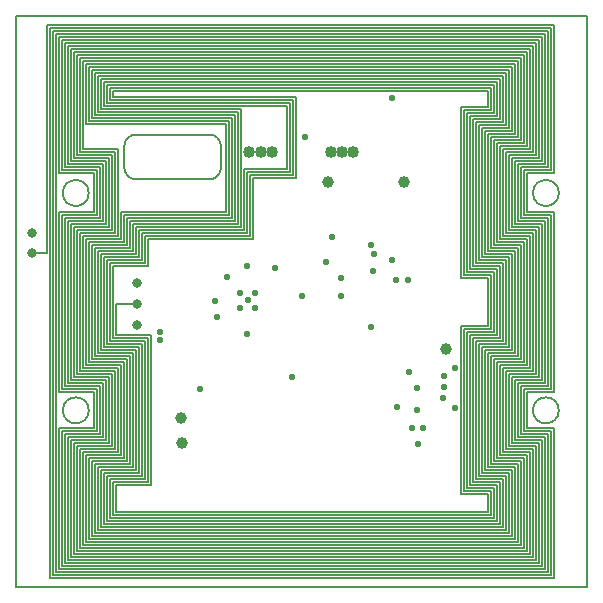
<source format=gbr>
%TF.GenerationSoftware,KiCad,Pcbnew,(5.1.4)-1*%
%TF.CreationDate,2019-12-19T16:50:30-07:00*%
%TF.ProjectId,SolarCellZ_v1,536f6c61-7243-4656-9c6c-5a5f76312e6b,rev?*%
%TF.SameCoordinates,Original*%
%TF.FileFunction,Copper,L3,Inr*%
%TF.FilePolarity,Positive*%
%FSLAX46Y46*%
G04 Gerber Fmt 4.6, Leading zero omitted, Abs format (unit mm)*
G04 Created by KiCad (PCBNEW (5.1.4)-1) date 2019-12-19 16:50:30*
%MOMM*%
%LPD*%
G04 APERTURE LIST*
%ADD10C,0.200000*%
%ADD11C,1.016000*%
%ADD12C,1.000000*%
%ADD13C,0.584200*%
%ADD14C,0.800000*%
%ADD15C,0.127000*%
G04 APERTURE END LIST*
D10*
X107407500Y-52841000D02*
G75*
G02X106407500Y-53841000I-1000000J0D01*
G01*
X100207500Y-53841000D02*
G75*
G02X99207500Y-52841000I0J1000000D01*
G01*
X106407500Y-50041000D02*
G75*
G02X107407500Y-51041000I0J-1000000D01*
G01*
X99207500Y-51041000D02*
G75*
G02X100207500Y-50041000I1000000J0D01*
G01*
X96207500Y-54991000D02*
G75*
G03X96207500Y-54991000I-1100000J0D01*
G01*
X106407500Y-50041000D02*
X100207500Y-50041000D01*
X138407500Y-39991000D02*
X138407500Y-88391000D01*
X138407500Y-88391000D02*
X90007500Y-88391000D01*
X96207500Y-73391000D02*
G75*
G03X96207500Y-73391000I-1100000J0D01*
G01*
X90007500Y-88391000D02*
X90007500Y-39991000D01*
X90007500Y-39991000D02*
X138407500Y-39991000D01*
X100207500Y-53841000D02*
X106407500Y-53841000D01*
X136007500Y-73391000D02*
G75*
G03X136007500Y-73391000I-1100000J0D01*
G01*
X136007500Y-54991000D02*
G75*
G03X136007500Y-54991000I-1100000J0D01*
G01*
X107407500Y-52841000D02*
X107407500Y-51041000D01*
X99207500Y-51041000D02*
X99207500Y-52841000D01*
D11*
X116700000Y-51500000D03*
X117650000Y-51500000D03*
X111700000Y-51500000D03*
X110750000Y-51500000D03*
X118600000Y-51500000D03*
X109800000Y-51500000D03*
D12*
X116459000Y-54038500D03*
X122936000Y-54038500D03*
X126492000Y-68199000D03*
X104013000Y-74041000D03*
X104076500Y-76200000D03*
D13*
X126301500Y-71437500D03*
X124015500Y-71501000D03*
X120268110Y-61604791D03*
X120078500Y-66357500D03*
X127254000Y-69786500D03*
X123317000Y-70167500D03*
X107032512Y-65473693D03*
X109654340Y-64046100D03*
X110253760Y-64708256D03*
X108983760Y-64708256D03*
X110261400Y-63439040D03*
X108983760Y-63463656D03*
X122237500Y-62357000D03*
X123253500Y-62357000D03*
X122301000Y-73088500D03*
X127254000Y-73215500D03*
X113411000Y-70548500D03*
X126301500Y-70485000D03*
X120111294Y-59382647D03*
X126238000Y-72390000D03*
X120396000Y-60198000D03*
X121920000Y-60706000D03*
X121920000Y-46990000D03*
X116763500Y-58710000D03*
X114554000Y-50292000D03*
X124015500Y-73406000D03*
X117602000Y-62166500D03*
X116268500Y-60833000D03*
X109644160Y-66892656D03*
X107886500Y-62103000D03*
X114299990Y-63690500D03*
X117602000Y-63690500D03*
X124045117Y-76233390D03*
X109601000Y-61214000D03*
X111950500Y-61380850D03*
X105664000Y-71628000D03*
X106872635Y-64108698D03*
D14*
X91440000Y-58420000D03*
X91440000Y-60071000D03*
X100330000Y-64389000D03*
X100330000Y-62611000D03*
X100330000Y-66167000D03*
D13*
X124523500Y-74866500D03*
X123571000Y-74866500D03*
X102235000Y-67437000D03*
X102235000Y-66802000D03*
D15*
X98552000Y-64389000D02*
X100330000Y-64389000D01*
X98552000Y-67056000D02*
X98552000Y-64389000D01*
X101473000Y-67056000D02*
X98552000Y-67056000D01*
X101473000Y-79756000D02*
X101473000Y-67056000D01*
X98552000Y-79756000D02*
X101473000Y-79756000D01*
X98552000Y-82042000D02*
X98552000Y-79756000D01*
X130048000Y-82042000D02*
X98552000Y-82042000D01*
X130048000Y-80518000D02*
X130048000Y-82042000D01*
X127762000Y-80518000D02*
X130048000Y-80518000D01*
X127762000Y-66294000D02*
X127762000Y-80518000D01*
X130048000Y-66294000D02*
X127762000Y-66294000D01*
X130048000Y-62230000D02*
X130048000Y-66294000D01*
X127762000Y-62230000D02*
X130048000Y-62230000D01*
X127762000Y-47752000D02*
X127762000Y-62230000D01*
X130048000Y-47752000D02*
X127762000Y-47752000D01*
X130048000Y-46355000D02*
X130048000Y-47752000D01*
X98298000Y-46355000D02*
X130048000Y-46355000D01*
X98298000Y-46863000D02*
X98298000Y-46355000D01*
X113792000Y-46863000D02*
X98298000Y-46863000D01*
X113792000Y-53721000D02*
X113792000Y-46863000D01*
X110109000Y-53721000D02*
X113792000Y-53721000D01*
X110109000Y-58928000D02*
X110109000Y-53721000D01*
X101219000Y-58928000D02*
X110109000Y-58928000D01*
X101219000Y-61214000D02*
X101219000Y-58928000D01*
X98298000Y-61214000D02*
X101219000Y-61214000D01*
X98298000Y-67310000D02*
X98298000Y-61214000D01*
X101219000Y-67310000D02*
X98298000Y-67310000D01*
X101219000Y-79502000D02*
X101219000Y-67310000D01*
X98298000Y-79502000D02*
X101219000Y-79502000D01*
X98298000Y-82296000D02*
X98298000Y-79502000D01*
X130302000Y-82296000D02*
X98298000Y-82296000D01*
X130302000Y-80264000D02*
X130302000Y-82296000D01*
X128016000Y-80264000D02*
X130302000Y-80264000D01*
X128016000Y-66548000D02*
X128016000Y-80264000D01*
X130302000Y-66548000D02*
X128016000Y-66548000D01*
X130302000Y-61976000D02*
X130302000Y-66548000D01*
X128016000Y-61976000D02*
X130302000Y-61976000D01*
X128016000Y-48006000D02*
X128016000Y-61976000D01*
X130302000Y-48006000D02*
X128016000Y-48006000D01*
X130302000Y-46101000D02*
X130302000Y-48006000D01*
X98044000Y-46101000D02*
X130302000Y-46101000D01*
X98044000Y-47117000D02*
X98044000Y-46101000D01*
X113538000Y-47117000D02*
X98044000Y-47117000D01*
X113538000Y-53467000D02*
X113538000Y-47117000D01*
X109855000Y-53467000D02*
X113538000Y-53467000D01*
X109855000Y-58674000D02*
X109855000Y-53467000D01*
X100965000Y-58674000D02*
X109855000Y-58674000D01*
X100965000Y-60960000D02*
X100965000Y-58674000D01*
X98044000Y-60960000D02*
X100965000Y-60960000D01*
X98044000Y-67564000D02*
X98044000Y-60960000D01*
X100965000Y-67564000D02*
X98044000Y-67564000D01*
X100965000Y-79248000D02*
X100965000Y-67564000D01*
X98044000Y-79248000D02*
X100965000Y-79248000D01*
X98044000Y-82550000D02*
X98044000Y-79248000D01*
X130556000Y-82550000D02*
X98044000Y-82550000D01*
X130556000Y-80010000D02*
X130556000Y-82550000D01*
X128270000Y-80010000D02*
X130556000Y-80010000D01*
X128270000Y-66802000D02*
X128270000Y-80010000D01*
X130556000Y-66802000D02*
X128270000Y-66802000D01*
X130556000Y-61722000D02*
X130556000Y-66802000D01*
X128270000Y-61722000D02*
X130556000Y-61722000D01*
X128270000Y-48260000D02*
X128270000Y-61722000D01*
X130556000Y-48260000D02*
X128270000Y-48260000D01*
X130556000Y-45847000D02*
X130556000Y-48260000D01*
X97790000Y-45847000D02*
X130556000Y-45847000D01*
X97790000Y-47371000D02*
X97790000Y-45847000D01*
X113284000Y-47371000D02*
X97790000Y-47371000D01*
X113284000Y-53213000D02*
X113284000Y-47371000D01*
X109601000Y-53213000D02*
X113284000Y-53213000D01*
X109601000Y-58420000D02*
X109601000Y-53213000D01*
X100711000Y-58420000D02*
X109601000Y-58420000D01*
X100711000Y-60706000D02*
X100711000Y-58420000D01*
X97790000Y-60706000D02*
X100711000Y-60706000D01*
X97790000Y-67818000D02*
X97790000Y-60706000D01*
X100711000Y-67818000D02*
X97790000Y-67818000D01*
X100711000Y-78994000D02*
X100711000Y-67818000D01*
X97790000Y-78994000D02*
X100711000Y-78994000D01*
X97790000Y-82804000D02*
X97790000Y-78994000D01*
X130810000Y-82804000D02*
X97790000Y-82804000D01*
X130810000Y-79756000D02*
X130810000Y-82804000D01*
X128524000Y-79756000D02*
X130810000Y-79756000D01*
X128524000Y-67056000D02*
X128524000Y-79756000D01*
X130810000Y-67056000D02*
X128524000Y-67056000D01*
X130810000Y-61468000D02*
X130810000Y-67056000D01*
X128524000Y-61468000D02*
X130810000Y-61468000D01*
X128524000Y-48514000D02*
X128524000Y-61468000D01*
X130810000Y-48514000D02*
X128524000Y-48514000D01*
X130810000Y-45593000D02*
X130810000Y-48514000D01*
X97536000Y-45593000D02*
X130810000Y-45593000D01*
X97536000Y-47625000D02*
X97536000Y-45593000D01*
X113030000Y-47625000D02*
X97536000Y-47625000D01*
X113030000Y-52959000D02*
X113030000Y-47625000D01*
X109347000Y-52959000D02*
X113030000Y-52959000D01*
X109347000Y-58166000D02*
X109347000Y-52959000D01*
X100457000Y-58166000D02*
X109347000Y-58166000D01*
X100457000Y-60452000D02*
X100457000Y-58166000D01*
X97536000Y-60452000D02*
X100457000Y-60452000D01*
X97536000Y-68072000D02*
X97536000Y-60452000D01*
X100457000Y-68072000D02*
X97536000Y-68072000D01*
X100457000Y-78740000D02*
X100457000Y-68072000D01*
X97536000Y-78740000D02*
X100457000Y-78740000D01*
X97536000Y-83058000D02*
X97536000Y-78740000D01*
X131064000Y-83058000D02*
X97536000Y-83058000D01*
X131064000Y-79502000D02*
X131064000Y-83058000D01*
X128778000Y-79502000D02*
X131064000Y-79502000D01*
X128778000Y-67310000D02*
X128778000Y-79502000D01*
X131064000Y-67310000D02*
X128778000Y-67310000D01*
X131064000Y-61214000D02*
X131064000Y-67310000D01*
X128778000Y-61214000D02*
X131064000Y-61214000D01*
X128778000Y-48768000D02*
X128778000Y-61214000D01*
X131064000Y-48768000D02*
X128778000Y-48768000D01*
X131064000Y-45339000D02*
X131064000Y-48768000D01*
X97282000Y-45339000D02*
X131064000Y-45339000D01*
X97282000Y-47879000D02*
X97282000Y-45339000D01*
X109093000Y-47879000D02*
X97282000Y-47879000D01*
X109093000Y-57912000D02*
X109093000Y-47879000D01*
X100203000Y-57912000D02*
X109093000Y-57912000D01*
X100203000Y-60198000D02*
X100203000Y-57912000D01*
X97282000Y-60198000D02*
X100203000Y-60198000D01*
X97282000Y-68326000D02*
X97282000Y-60198000D01*
X100203000Y-68326000D02*
X97282000Y-68326000D01*
X100203000Y-78486000D02*
X100203000Y-68326000D01*
X97282000Y-78486000D02*
X100203000Y-78486000D01*
X97282000Y-83312000D02*
X97282000Y-78486000D01*
X131318000Y-83312000D02*
X97282000Y-83312000D01*
X131318000Y-79248000D02*
X131318000Y-83312000D01*
X129032000Y-79248000D02*
X131318000Y-79248000D01*
X131064000Y-58928000D02*
X133350000Y-58928000D01*
X131064000Y-51054000D02*
X131064000Y-58928000D01*
X133350000Y-43053000D02*
X133350000Y-51054000D01*
X97917000Y-52070000D02*
X94996000Y-52070000D01*
X97917000Y-57912000D02*
X97917000Y-52070000D01*
X94996000Y-57912000D02*
X97917000Y-57912000D01*
X97917000Y-70612000D02*
X94996000Y-70612000D01*
X97917000Y-76200000D02*
X97917000Y-70612000D01*
X94996000Y-85598000D02*
X94996000Y-76200000D01*
X133604000Y-85598000D02*
X94996000Y-85598000D01*
X133604000Y-76962000D02*
X133604000Y-85598000D01*
X133604000Y-69850000D02*
X131318000Y-69850000D01*
X133604000Y-58674000D02*
X133604000Y-69850000D01*
X131318000Y-51308000D02*
X131318000Y-58674000D01*
X133604000Y-42799000D02*
X133604000Y-51308000D01*
X94742000Y-42799000D02*
X133604000Y-42799000D01*
X94742000Y-52324000D02*
X94742000Y-42799000D01*
X97663000Y-52324000D02*
X94742000Y-52324000D01*
X97663000Y-57658000D02*
X97663000Y-52324000D01*
X94742000Y-57658000D02*
X97663000Y-57658000D01*
X94742000Y-70866000D02*
X94742000Y-57658000D01*
X97663000Y-75946000D02*
X97663000Y-70866000D01*
X94742000Y-75946000D02*
X97663000Y-75946000D01*
X94742000Y-85852000D02*
X94742000Y-75946000D01*
X133858000Y-76708000D02*
X133858000Y-85852000D01*
X131572000Y-76708000D02*
X133858000Y-76708000D01*
X131572000Y-70104000D02*
X131572000Y-76708000D01*
X133858000Y-70104000D02*
X131572000Y-70104000D01*
X133858000Y-58420000D02*
X133858000Y-70104000D01*
X131572000Y-58420000D02*
X133858000Y-58420000D01*
X131572000Y-51562000D02*
X131572000Y-58420000D01*
X133858000Y-51562000D02*
X131572000Y-51562000D01*
X133858000Y-42545000D02*
X133858000Y-51562000D01*
X94488000Y-42545000D02*
X133858000Y-42545000D01*
X94488000Y-52578000D02*
X94488000Y-42545000D01*
X97409000Y-52578000D02*
X94488000Y-52578000D01*
X97409000Y-57404000D02*
X97409000Y-52578000D01*
X94488000Y-57404000D02*
X97409000Y-57404000D01*
X94488000Y-71120000D02*
X94488000Y-57404000D01*
X97409000Y-71120000D02*
X94488000Y-71120000D01*
X97409000Y-75692000D02*
X97409000Y-71120000D01*
X94488000Y-75692000D02*
X97409000Y-75692000D01*
X94488000Y-86106000D02*
X94488000Y-75692000D01*
X134112000Y-86106000D02*
X94488000Y-86106000D01*
X134112000Y-76454000D02*
X134112000Y-86106000D01*
X131826000Y-76454000D02*
X134112000Y-76454000D01*
X131826000Y-70358000D02*
X131826000Y-76454000D01*
X134112000Y-70358000D02*
X131826000Y-70358000D01*
X134112000Y-58166000D02*
X134112000Y-70358000D01*
X131826000Y-58166000D02*
X134112000Y-58166000D01*
X131826000Y-51816000D02*
X131826000Y-58166000D01*
X134112000Y-51816000D02*
X131826000Y-51816000D01*
X134112000Y-42291000D02*
X134112000Y-51816000D01*
X94234000Y-42291000D02*
X134112000Y-42291000D01*
X94234000Y-52832000D02*
X94234000Y-42291000D01*
X97155000Y-52832000D02*
X94234000Y-52832000D01*
X97155000Y-57150000D02*
X97155000Y-52832000D01*
X94234000Y-57150000D02*
X97155000Y-57150000D01*
X94234000Y-71374000D02*
X94234000Y-57150000D01*
X97155000Y-71374000D02*
X94234000Y-71374000D01*
X97155000Y-75438000D02*
X97155000Y-71374000D01*
X94234000Y-75438000D02*
X97155000Y-75438000D01*
X94234000Y-86360000D02*
X94234000Y-75438000D01*
X134366000Y-86360000D02*
X94234000Y-86360000D01*
X134366000Y-76200000D02*
X134366000Y-86360000D01*
X132080000Y-76200000D02*
X134366000Y-76200000D01*
X132080000Y-70612000D02*
X132080000Y-76200000D01*
X134366000Y-70612000D02*
X132080000Y-70612000D01*
X134366000Y-57912000D02*
X134366000Y-70612000D01*
X132080000Y-57912000D02*
X134366000Y-57912000D01*
X132080000Y-52070000D02*
X132080000Y-57912000D01*
X134366000Y-52070000D02*
X132080000Y-52070000D01*
X134366000Y-42037000D02*
X134366000Y-52070000D01*
X93980000Y-42037000D02*
X134366000Y-42037000D01*
X132842000Y-75438000D02*
X135128000Y-75438000D01*
X132842000Y-71374000D02*
X132842000Y-75438000D01*
X135128000Y-71374000D02*
X132842000Y-71374000D01*
X132842000Y-57150000D02*
X135128000Y-57150000D01*
X135128000Y-41275000D02*
X135128000Y-52832000D01*
X97028000Y-78232000D02*
X99949000Y-78232000D01*
X96901000Y-75184000D02*
X96901000Y-71628000D01*
X93218000Y-87376000D02*
X93218000Y-41275000D01*
X131318000Y-69850000D02*
X131318000Y-76962000D01*
X135382000Y-75184000D02*
X135382000Y-87376000D01*
X131572000Y-78994000D02*
X131572000Y-83566000D01*
X133096000Y-75184000D02*
X135382000Y-75184000D01*
X97028000Y-48133000D02*
X97028000Y-45085000D01*
X135128000Y-52832000D02*
X132842000Y-52832000D01*
X135382000Y-56896000D02*
X135382000Y-71628000D01*
X94996000Y-76200000D02*
X97917000Y-76200000D01*
X93218000Y-41275000D02*
X135128000Y-41275000D01*
X131318000Y-45085000D02*
X131318000Y-49022000D01*
X133096000Y-56896000D02*
X135382000Y-56896000D01*
X97028000Y-83566000D02*
X97028000Y-78232000D01*
X135382000Y-71628000D02*
X133096000Y-71628000D01*
X94996000Y-43053000D02*
X133350000Y-43053000D01*
X133096000Y-53086000D02*
X133096000Y-56896000D01*
X129032000Y-49022000D02*
X129032000Y-60960000D01*
X135382000Y-53086000D02*
X133096000Y-53086000D01*
X134620000Y-70866000D02*
X132334000Y-70866000D01*
X133350000Y-53340000D02*
X133350000Y-56642000D01*
X134620000Y-52324000D02*
X132334000Y-52324000D01*
X131064000Y-69596000D02*
X131064000Y-77216000D01*
X135128000Y-57150000D02*
X135128000Y-71374000D01*
X135636000Y-53340000D02*
X133350000Y-53340000D01*
X133350000Y-71882000D02*
X133350000Y-74930000D01*
X92710000Y-40767000D02*
X135636000Y-40767000D01*
X131318000Y-67564000D02*
X129032000Y-67564000D01*
X135636000Y-40767000D02*
X135636000Y-53340000D01*
X131318000Y-49022000D02*
X129032000Y-49022000D01*
X92964000Y-87630000D02*
X92964000Y-41021000D01*
X91440000Y-60071000D02*
X92710000Y-60071000D01*
X135128000Y-75438000D02*
X135128000Y-87122000D01*
X97663000Y-70866000D02*
X94742000Y-70866000D01*
X133350000Y-74930000D02*
X135636000Y-74930000D01*
X133350000Y-69596000D02*
X131064000Y-69596000D01*
X132842000Y-52832000D02*
X132842000Y-57150000D01*
X92710000Y-60071000D02*
X92710000Y-40767000D01*
X133858000Y-85852000D02*
X94742000Y-85852000D01*
X135636000Y-74930000D02*
X135636000Y-87630000D01*
X96901000Y-56896000D02*
X96901000Y-53086000D01*
X133350000Y-56642000D02*
X135636000Y-56642000D01*
X94996000Y-52070000D02*
X94996000Y-43053000D01*
X135382000Y-87376000D02*
X93218000Y-87376000D01*
X99949000Y-78232000D02*
X99949000Y-68580000D01*
X135636000Y-56642000D02*
X135636000Y-71882000D01*
X135636000Y-71882000D02*
X133350000Y-71882000D01*
X133096000Y-71628000D02*
X133096000Y-75184000D01*
X135636000Y-87630000D02*
X92964000Y-87630000D01*
X92964000Y-41021000D02*
X135382000Y-41021000D01*
X135382000Y-41021000D02*
X135382000Y-53086000D01*
X96901000Y-71628000D02*
X93980000Y-71628000D01*
X135128000Y-87122000D02*
X93472000Y-87122000D01*
X97028000Y-59944000D02*
X99949000Y-59944000D01*
X93472000Y-87122000D02*
X93472000Y-41529000D01*
X94996000Y-70612000D02*
X94996000Y-57912000D01*
X93472000Y-41529000D02*
X134874000Y-41529000D01*
X97028000Y-68580000D02*
X97028000Y-59944000D01*
X93980000Y-86614000D02*
X93980000Y-75184000D01*
X134874000Y-41529000D02*
X134874000Y-52578000D01*
X134874000Y-52578000D02*
X132588000Y-52578000D01*
X97028000Y-45085000D02*
X131318000Y-45085000D01*
X132588000Y-52578000D02*
X132588000Y-57404000D01*
X131318000Y-60960000D02*
X131318000Y-67564000D01*
X134620000Y-41783000D02*
X134620000Y-52324000D01*
X132588000Y-57404000D02*
X134874000Y-57404000D01*
X134874000Y-57404000D02*
X134874000Y-71120000D01*
X134874000Y-71120000D02*
X132588000Y-71120000D01*
X108839000Y-57658000D02*
X108839000Y-48133000D01*
X132588000Y-71120000D02*
X132588000Y-75692000D01*
X129032000Y-60960000D02*
X131318000Y-60960000D01*
X132334000Y-52324000D02*
X132334000Y-57658000D01*
X132588000Y-75692000D02*
X134874000Y-75692000D01*
X134874000Y-75692000D02*
X134874000Y-86868000D01*
X134874000Y-86868000D02*
X93726000Y-86868000D01*
X93726000Y-86868000D02*
X93726000Y-74930000D01*
X93726000Y-74930000D02*
X96647000Y-74930000D01*
X96647000Y-74930000D02*
X96647000Y-71882000D01*
X132334000Y-70866000D02*
X132334000Y-75946000D01*
X96647000Y-71882000D02*
X93726000Y-71882000D01*
X96901000Y-53086000D02*
X93980000Y-53086000D01*
X133350000Y-58928000D02*
X133350000Y-69596000D01*
X93726000Y-71882000D02*
X93726000Y-56642000D01*
X132334000Y-57658000D02*
X134620000Y-57658000D01*
X133350000Y-51054000D02*
X131064000Y-51054000D01*
X93726000Y-56642000D02*
X96647000Y-56642000D01*
X99949000Y-68580000D02*
X97028000Y-68580000D01*
X131318000Y-76962000D02*
X133604000Y-76962000D01*
X96647000Y-56642000D02*
X96647000Y-53340000D01*
X133604000Y-51308000D02*
X131318000Y-51308000D01*
X96647000Y-53340000D02*
X93726000Y-53340000D01*
X134620000Y-75946000D02*
X134620000Y-86614000D01*
X131318000Y-58674000D02*
X133604000Y-58674000D01*
X93726000Y-53340000D02*
X93726000Y-41783000D01*
X134620000Y-57658000D02*
X134620000Y-70866000D01*
X93726000Y-41783000D02*
X134620000Y-41783000D01*
X93980000Y-75184000D02*
X96901000Y-75184000D01*
X132334000Y-75946000D02*
X134620000Y-75946000D01*
X134620000Y-86614000D02*
X93980000Y-86614000D01*
X93980000Y-71628000D02*
X93980000Y-56896000D01*
X93980000Y-56896000D02*
X96901000Y-56896000D01*
X93980000Y-53086000D02*
X93980000Y-42037000D01*
X131064000Y-77216000D02*
X133350000Y-77216000D01*
X133350000Y-77216000D02*
X133350000Y-85344000D01*
X133350000Y-85344000D02*
X95250000Y-85344000D01*
X95250000Y-85344000D02*
X95250000Y-76454000D01*
X95250000Y-76454000D02*
X98171000Y-76454000D01*
X98171000Y-76454000D02*
X98171000Y-70358000D01*
X98171000Y-70358000D02*
X95250000Y-70358000D01*
X95250000Y-70358000D02*
X95250000Y-58166000D01*
X95250000Y-58166000D02*
X98171000Y-58166000D01*
X98171000Y-58166000D02*
X98171000Y-51816000D01*
X98171000Y-51816000D02*
X95250000Y-51816000D01*
X95250000Y-51816000D02*
X95250000Y-43307000D01*
X95250000Y-43307000D02*
X133096000Y-43307000D01*
X133096000Y-43307000D02*
X133096000Y-50800000D01*
X133096000Y-50800000D02*
X130810000Y-50800000D01*
X130810000Y-50800000D02*
X130810000Y-59182000D01*
X130810000Y-59182000D02*
X133096000Y-59182000D01*
X133096000Y-59182000D02*
X133096000Y-69342000D01*
X133096000Y-69342000D02*
X130810000Y-69342000D01*
X130810000Y-69342000D02*
X130810000Y-77470000D01*
X130810000Y-77470000D02*
X133096000Y-77470000D01*
X133096000Y-77470000D02*
X133096000Y-85090000D01*
X133096000Y-85090000D02*
X95504000Y-85090000D01*
X95504000Y-85090000D02*
X95504000Y-76708000D01*
X95504000Y-76708000D02*
X98425000Y-76708000D01*
X98425000Y-76708000D02*
X98425000Y-70104000D01*
X98425000Y-70104000D02*
X95504000Y-70104000D01*
X95504000Y-70104000D02*
X95504000Y-58420000D01*
X95504000Y-58420000D02*
X98425000Y-58420000D01*
X98425000Y-58420000D02*
X98425000Y-51562000D01*
X98425000Y-51562000D02*
X95504000Y-51562000D01*
X95504000Y-51562000D02*
X95504000Y-43561000D01*
X95504000Y-43561000D02*
X132842000Y-43561000D01*
X132842000Y-43561000D02*
X132842000Y-50546000D01*
X132842000Y-50546000D02*
X130556000Y-50546000D01*
X130556000Y-50546000D02*
X130556000Y-59436000D01*
X130556000Y-59436000D02*
X132842000Y-59436000D01*
X132842000Y-59436000D02*
X132842000Y-69088000D01*
X132842000Y-69088000D02*
X130556000Y-69088000D01*
X130556000Y-69088000D02*
X130556000Y-77724000D01*
X130556000Y-77724000D02*
X132842000Y-77724000D01*
X132842000Y-77724000D02*
X132842000Y-84836000D01*
X132842000Y-84836000D02*
X95758000Y-84836000D01*
X95758000Y-84836000D02*
X95758000Y-76962000D01*
X95758000Y-76962000D02*
X98679000Y-76962000D01*
X98679000Y-76962000D02*
X98679000Y-69850000D01*
X98679000Y-69850000D02*
X95758000Y-69850000D01*
X95758000Y-69850000D02*
X95758000Y-58674000D01*
X95758000Y-58674000D02*
X98679000Y-58674000D01*
X98679000Y-58674000D02*
X98679000Y-51308000D01*
X98679000Y-51308000D02*
X95758000Y-51308000D01*
X95758000Y-51308000D02*
X95758000Y-43815000D01*
X95758000Y-43815000D02*
X132588000Y-43815000D01*
X132588000Y-43815000D02*
X132588000Y-50292000D01*
X132588000Y-50292000D02*
X130302000Y-50292000D01*
X130302000Y-50292000D02*
X130302000Y-59690000D01*
X130302000Y-59690000D02*
X132588000Y-59690000D01*
X132588000Y-59690000D02*
X132588000Y-68834000D01*
X132588000Y-68834000D02*
X130302000Y-68834000D01*
X130302000Y-68834000D02*
X130302000Y-77978000D01*
X130302000Y-77978000D02*
X132588000Y-77978000D01*
X132588000Y-77978000D02*
X132588000Y-84582000D01*
X132588000Y-84582000D02*
X96012000Y-84582000D01*
X96012000Y-84582000D02*
X96012000Y-77216000D01*
X96012000Y-77216000D02*
X98933000Y-77216000D01*
X98933000Y-77216000D02*
X98933000Y-69596000D01*
X98933000Y-69596000D02*
X96012000Y-69596000D01*
X96012000Y-69596000D02*
X96012000Y-58928000D01*
X96012000Y-58928000D02*
X98933000Y-58928000D01*
X98933000Y-58928000D02*
X98933000Y-56642000D01*
X98933000Y-56642000D02*
X107823000Y-56642000D01*
X107823000Y-56642000D02*
X107823000Y-49149000D01*
X107823000Y-49149000D02*
X96012000Y-49149000D01*
X96012000Y-49149000D02*
X96012000Y-44069000D01*
X96012000Y-44069000D02*
X132334000Y-44069000D01*
X132334000Y-44069000D02*
X132334000Y-50038000D01*
X132334000Y-50038000D02*
X130048000Y-50038000D01*
X130048000Y-50038000D02*
X130048000Y-59944000D01*
X130048000Y-59944000D02*
X132334000Y-59944000D01*
X132334000Y-59944000D02*
X132334000Y-68580000D01*
X132334000Y-68580000D02*
X130048000Y-68580000D01*
X130048000Y-68580000D02*
X130048000Y-78232000D01*
X130048000Y-78232000D02*
X132334000Y-78232000D01*
X132334000Y-78232000D02*
X132334000Y-84328000D01*
X132334000Y-84328000D02*
X96266000Y-84328000D01*
X96266000Y-84328000D02*
X96266000Y-77470000D01*
X96266000Y-77470000D02*
X99187000Y-77470000D01*
X99187000Y-77470000D02*
X99187000Y-69342000D01*
X99187000Y-69342000D02*
X96266000Y-69342000D01*
X96266000Y-69342000D02*
X96266000Y-59182000D01*
X96266000Y-59182000D02*
X99187000Y-59182000D01*
X99187000Y-59182000D02*
X99187000Y-56896000D01*
X99187000Y-56896000D02*
X108077000Y-56896000D01*
X108077000Y-56896000D02*
X108077000Y-48895000D01*
X108077000Y-48895000D02*
X96266000Y-48895000D01*
X96266000Y-48895000D02*
X96266000Y-44323000D01*
X96266000Y-44323000D02*
X132080000Y-44323000D01*
X132080000Y-44323000D02*
X132080000Y-49784000D01*
X132080000Y-49784000D02*
X129794000Y-49784000D01*
X129794000Y-49784000D02*
X129794000Y-60198000D01*
X129794000Y-60198000D02*
X132080000Y-60198000D01*
X132080000Y-60198000D02*
X132080000Y-68326000D01*
X132080000Y-68326000D02*
X129794000Y-68326000D01*
X129794000Y-68326000D02*
X129794000Y-78486000D01*
X129794000Y-78486000D02*
X132080000Y-78486000D01*
X132080000Y-78486000D02*
X132080000Y-84074000D01*
X132080000Y-84074000D02*
X96520000Y-84074000D01*
X96520000Y-84074000D02*
X96520000Y-77724000D01*
X96520000Y-77724000D02*
X99441000Y-77724000D01*
X99441000Y-77724000D02*
X99441000Y-69088000D01*
X99441000Y-69088000D02*
X96520000Y-69088000D01*
X96520000Y-69088000D02*
X96520000Y-59436000D01*
X96520000Y-59436000D02*
X99441000Y-59436000D01*
X99441000Y-59436000D02*
X99441000Y-57150000D01*
X99441000Y-57150000D02*
X108331000Y-57150000D01*
X108331000Y-57150000D02*
X108331000Y-48641000D01*
X108331000Y-48641000D02*
X96520000Y-48641000D01*
X96520000Y-48641000D02*
X96520000Y-44577000D01*
X96520000Y-44577000D02*
X131826000Y-44577000D01*
X131826000Y-44577000D02*
X131826000Y-49530000D01*
X131826000Y-49530000D02*
X129540000Y-49530000D01*
X129540000Y-49530000D02*
X129540000Y-60452000D01*
X129540000Y-60452000D02*
X131826000Y-60452000D01*
X131826000Y-60452000D02*
X131826000Y-68072000D01*
X131826000Y-68072000D02*
X129540000Y-68072000D01*
X129540000Y-68072000D02*
X129540000Y-78740000D01*
X129540000Y-78740000D02*
X131826000Y-78740000D01*
X131826000Y-78740000D02*
X131826000Y-83820000D01*
X131826000Y-83820000D02*
X96774000Y-83820000D01*
X96774000Y-83820000D02*
X96774000Y-77978000D01*
X96774000Y-77978000D02*
X99695000Y-77978000D01*
X99695000Y-77978000D02*
X99695000Y-68834000D01*
X99695000Y-68834000D02*
X96774000Y-68834000D01*
X96774000Y-68834000D02*
X96774000Y-59690000D01*
X96774000Y-59690000D02*
X99695000Y-59690000D01*
X99695000Y-59690000D02*
X99695000Y-57404000D01*
X99695000Y-57404000D02*
X108585000Y-57404000D01*
X108585000Y-57404000D02*
X108585000Y-48387000D01*
X108585000Y-48387000D02*
X96774000Y-48387000D01*
X96774000Y-48387000D02*
X96774000Y-44831000D01*
X96774000Y-44831000D02*
X131572000Y-44831000D01*
X131572000Y-44831000D02*
X131572000Y-49276000D01*
X131572000Y-49276000D02*
X129286000Y-49276000D01*
X129286000Y-49276000D02*
X129286000Y-60706000D01*
X129286000Y-60706000D02*
X131572000Y-60706000D01*
X131572000Y-60706000D02*
X131572000Y-67818000D01*
X131572000Y-67818000D02*
X129286000Y-67818000D01*
X129286000Y-67818000D02*
X129286000Y-78994000D01*
X129286000Y-78994000D02*
X131572000Y-78994000D01*
X131572000Y-83566000D02*
X97028000Y-83566000D01*
X99949000Y-59944000D02*
X99949000Y-57658000D01*
X99949000Y-57658000D02*
X108839000Y-57658000D01*
X108839000Y-48133000D02*
X97028000Y-48133000D01*
X129032000Y-67564000D02*
X129032000Y-79248000D01*
M02*

</source>
